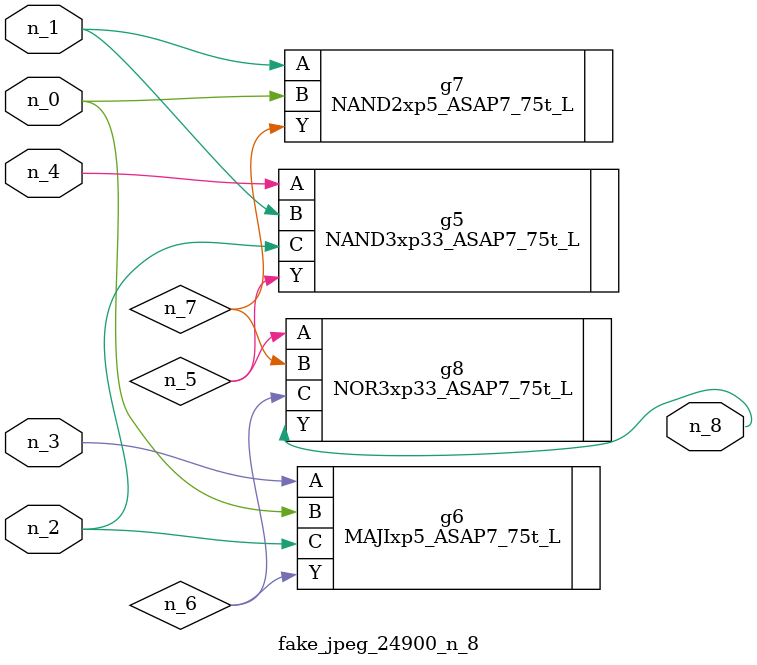
<source format=v>
module fake_jpeg_24900_n_8 (n_3, n_2, n_1, n_0, n_4, n_8);

input n_3;
input n_2;
input n_1;
input n_0;
input n_4;

output n_8;

wire n_6;
wire n_5;
wire n_7;

NAND3xp33_ASAP7_75t_L g5 ( 
.A(n_4),
.B(n_1),
.C(n_2),
.Y(n_5)
);

MAJIxp5_ASAP7_75t_L g6 ( 
.A(n_3),
.B(n_0),
.C(n_2),
.Y(n_6)
);

NAND2xp5_ASAP7_75t_L g7 ( 
.A(n_1),
.B(n_0),
.Y(n_7)
);

NOR3xp33_ASAP7_75t_L g8 ( 
.A(n_5),
.B(n_7),
.C(n_6),
.Y(n_8)
);


endmodule
</source>
